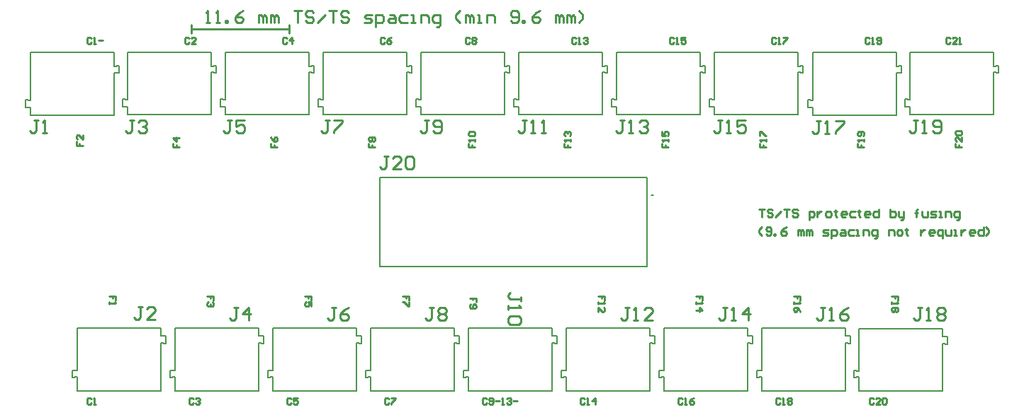
<source format=gto>
G04*
G04 #@! TF.GenerationSoftware,Altium Limited,Altium Designer,20.1.14 (287)*
G04*
G04 Layer_Color=65535*
%FSLAX25Y25*%
%MOIN*%
G70*
G04*
G04 #@! TF.SameCoordinates,AD4F6338-5A94-4AA3-B556-C82436557DC4*
G04*
G04*
G04 #@! TF.FilePolarity,Positive*
G04*
G01*
G75*
%ADD10C,0.00787*%
%ADD11C,0.00500*%
%ADD12C,0.01000*%
D10*
X297323Y105591D02*
X296535D01*
X297323D01*
X433528Y13008D02*
Y35449D01*
Y38795D02*
Y42535D01*
Y35449D02*
X435890Y35252D01*
X433528Y38795D02*
X435890Y38992D01*
Y35252D02*
Y38992D01*
X394158Y22456D02*
Y42535D01*
X433528D01*
X394158Y13008D02*
Y19701D01*
X391796Y19405D02*
X394158Y19701D01*
X391796Y22752D02*
X394158Y22456D01*
X391796Y19405D02*
Y22752D01*
X394158Y13008D02*
X433528Y13008D01*
X387686Y13236D02*
Y35677D01*
Y39023D02*
Y42763D01*
Y35677D02*
X390048Y35480D01*
X387686Y39023D02*
X390048Y39220D01*
Y35480D02*
Y39220D01*
X348316Y22685D02*
Y42763D01*
X387686D01*
X348316Y13236D02*
Y19929D01*
X345953Y19634D02*
X348316Y19929D01*
X345953Y22980D02*
X348316Y22685D01*
X345953Y19634D02*
Y22980D01*
X348316Y13236D02*
X387686Y13236D01*
X341686D02*
Y35677D01*
Y39023D02*
Y42763D01*
Y35677D02*
X344048Y35480D01*
X341686Y39023D02*
X344048Y39220D01*
Y35480D02*
Y39220D01*
X302315Y22685D02*
Y42763D01*
X341686D01*
X302315Y13236D02*
Y19929D01*
X299953Y19634D02*
X302315Y19929D01*
X299953Y22980D02*
X302315Y22685D01*
X299953Y19634D02*
Y22980D01*
X302315Y13236D02*
X341686Y13236D01*
X295686D02*
Y35677D01*
Y39023D02*
Y42763D01*
Y35677D02*
X298048Y35480D01*
X295686Y39023D02*
X298048Y39220D01*
Y35480D02*
Y39220D01*
X256315Y22685D02*
Y42763D01*
X295686D01*
X256315Y13236D02*
Y19929D01*
X253953Y19634D02*
X256315Y19929D01*
X253953Y22980D02*
X256315Y22685D01*
X253953Y19634D02*
Y22980D01*
X256315Y13236D02*
X295686Y13236D01*
X249686D02*
Y35677D01*
Y39023D02*
Y42763D01*
Y35677D02*
X252048Y35480D01*
X249686Y39023D02*
X252048Y39220D01*
Y35480D02*
Y39220D01*
X210315Y22685D02*
Y42763D01*
X249686D01*
X210315Y13236D02*
Y19929D01*
X207953Y19634D02*
X210315Y19929D01*
X207953Y22980D02*
X210315Y22685D01*
X207953Y19634D02*
Y22980D01*
X210315Y13236D02*
X249686Y13236D01*
X203686D02*
Y35677D01*
Y39023D02*
Y42763D01*
Y35677D02*
X206048Y35480D01*
X203686Y39023D02*
X206048Y39220D01*
Y35480D02*
Y39220D01*
X164315Y22685D02*
Y42763D01*
X203686D01*
X164315Y13236D02*
Y19929D01*
X161953Y19634D02*
X164315Y19929D01*
X161953Y22980D02*
X164315Y22685D01*
X161953Y19634D02*
Y22980D01*
X164315Y13236D02*
X203686Y13236D01*
X157686D02*
Y35677D01*
Y39023D02*
Y42763D01*
Y35677D02*
X160048Y35480D01*
X157686Y39023D02*
X160048Y39220D01*
Y35480D02*
Y39220D01*
X118315Y22685D02*
Y42763D01*
X157686D01*
X118315Y13236D02*
Y19929D01*
X115953Y19634D02*
X118315Y19929D01*
X115953Y22980D02*
X118315Y22685D01*
X115953Y19634D02*
Y22980D01*
X118315Y13236D02*
X157686Y13236D01*
X111686D02*
Y35677D01*
Y39023D02*
Y42763D01*
Y35677D02*
X114048Y35480D01*
X111686Y39023D02*
X114048Y39220D01*
Y35480D02*
Y39220D01*
X72316Y22685D02*
Y42763D01*
X111686D01*
X72316Y13236D02*
Y19929D01*
X69953Y19634D02*
X72316Y19929D01*
X69953Y22980D02*
X72316Y22685D01*
X69953Y19634D02*
Y22980D01*
X72316Y13236D02*
X111686Y13236D01*
X65686D02*
Y35677D01*
Y39023D02*
Y42763D01*
Y35677D02*
X68048Y35480D01*
X65686Y39023D02*
X68048Y39220D01*
Y35480D02*
Y39220D01*
X26316Y22685D02*
Y42763D01*
X65686D01*
X26316Y13236D02*
Y19929D01*
X23953Y19634D02*
X26316Y19929D01*
X23953Y22980D02*
X26316Y22685D01*
X23953Y19634D02*
Y22980D01*
X26316Y13236D02*
X65686Y13236D01*
X4314Y150323D02*
Y172764D01*
Y143237D02*
Y146977D01*
X1952Y150520D02*
X4314Y150323D01*
X1952Y146780D02*
X4314Y146977D01*
X1952Y146780D02*
Y150520D01*
X43685Y143237D02*
Y163315D01*
X4314Y143237D02*
X43685D01*
Y166071D02*
Y172764D01*
Y166071D02*
X46047Y166366D01*
X43685Y163315D02*
X46047Y163020D01*
Y166366D01*
X4314Y172764D02*
X43685Y172764D01*
X50157Y150551D02*
Y172992D01*
Y143465D02*
Y147205D01*
X47794Y150748D02*
X50157Y150551D01*
X47794Y147008D02*
X50157Y147205D01*
X47794Y147008D02*
Y150748D01*
X89527Y143465D02*
Y163543D01*
X50157Y143465D02*
X89527D01*
Y166299D02*
Y172992D01*
Y166299D02*
X91889Y166595D01*
X89527Y163543D02*
X91889Y163248D01*
Y166595D01*
X50157Y172992D02*
X89527Y172992D01*
X96157Y150551D02*
Y172992D01*
Y143465D02*
Y147205D01*
X93795Y150748D02*
X96157Y150551D01*
X93795Y147008D02*
X96157Y147205D01*
X93795Y147008D02*
Y150748D01*
X135527Y143465D02*
Y163543D01*
X96157Y143465D02*
X135527D01*
Y166299D02*
Y172992D01*
Y166299D02*
X137889Y166595D01*
X135527Y163543D02*
X137889Y163248D01*
Y166595D01*
X96157Y172992D02*
X135527Y172992D01*
X142157Y150551D02*
Y172992D01*
Y143465D02*
Y147205D01*
X139795Y150748D02*
X142157Y150551D01*
X139795Y147008D02*
X142157Y147205D01*
X139795Y147008D02*
Y150748D01*
X181527Y143465D02*
Y163543D01*
X142157Y143465D02*
X181527D01*
Y166299D02*
Y172992D01*
Y166299D02*
X183889Y166595D01*
X181527Y163543D02*
X183889Y163248D01*
Y166595D01*
X142157Y172992D02*
X181527Y172992D01*
X188157Y150551D02*
Y172992D01*
Y143465D02*
Y147205D01*
X185794Y150748D02*
X188157Y150551D01*
X185794Y147008D02*
X188157Y147205D01*
X185794Y147008D02*
Y150748D01*
X227527Y143465D02*
Y163543D01*
X188157Y143465D02*
X227527D01*
Y166299D02*
Y172992D01*
Y166299D02*
X229889Y166595D01*
X227527Y163543D02*
X229889Y163248D01*
Y166595D01*
X188157Y172992D02*
X227527Y172992D01*
X234157Y150551D02*
Y172992D01*
Y143465D02*
Y147205D01*
X231795Y150748D02*
X234157Y150551D01*
X231795Y147008D02*
X234157Y147205D01*
X231795Y147008D02*
Y150748D01*
X273527Y143465D02*
Y163543D01*
X234157Y143465D02*
X273527D01*
Y166299D02*
Y172992D01*
Y166299D02*
X275889Y166595D01*
X273527Y163543D02*
X275889Y163248D01*
Y166595D01*
X234157Y172992D02*
X273527Y172992D01*
X280157Y150551D02*
Y172992D01*
Y143465D02*
Y147205D01*
X277795Y150748D02*
X280157Y150551D01*
X277795Y147008D02*
X280157Y147205D01*
X277795Y147008D02*
Y150748D01*
X319527Y143465D02*
Y163543D01*
X280157Y143465D02*
X319527D01*
Y166299D02*
Y172992D01*
Y166299D02*
X321889Y166595D01*
X319527Y163543D02*
X321889Y163248D01*
Y166595D01*
X280157Y172992D02*
X319527Y172992D01*
X326157Y150551D02*
Y172992D01*
Y143465D02*
Y147205D01*
X323795Y150748D02*
X326157Y150551D01*
X323795Y147008D02*
X326157Y147205D01*
X323795Y147008D02*
Y150748D01*
X365527Y143465D02*
Y163543D01*
X326157Y143465D02*
X365527D01*
Y166299D02*
Y172992D01*
Y166299D02*
X367889Y166595D01*
X365527Y163543D02*
X367889Y163248D01*
Y166595D01*
X326157Y172992D02*
X365527Y172992D01*
X372314Y150323D02*
Y172764D01*
Y143237D02*
Y146977D01*
X369952Y150520D02*
X372314Y150323D01*
X369952Y146780D02*
X372314Y146977D01*
X369952Y146780D02*
Y150520D01*
X411685Y143237D02*
Y163315D01*
X372314Y143237D02*
X411685D01*
Y166071D02*
Y172764D01*
Y166071D02*
X414047Y166366D01*
X411685Y163315D02*
X414047Y163020D01*
Y166366D01*
X372314Y172764D02*
X411685Y172764D01*
X418157Y150551D02*
Y172992D01*
Y143465D02*
Y147205D01*
X415795Y150748D02*
X418157Y150551D01*
X415795Y147008D02*
X418157Y147205D01*
X415795Y147008D02*
Y150748D01*
X457527Y143465D02*
Y163543D01*
X418157Y143465D02*
X457527D01*
Y166299D02*
Y172992D01*
Y166299D02*
X459889Y166595D01*
X457527Y163543D02*
X459889Y163248D01*
Y166595D01*
X418157Y172992D02*
X457527Y172992D01*
D11*
X294370Y71732D02*
Y113858D01*
X168780Y71732D02*
Y113858D01*
Y71732D02*
X294370D01*
X168780Y113858D02*
X294370D01*
D12*
X80000Y182000D02*
Y186000D01*
X126000Y182000D02*
Y186000D01*
X80000Y184000D02*
X126000D01*
X347000Y99000D02*
X349624D01*
X348312D01*
Y95064D01*
X353560Y98344D02*
X352904Y99000D01*
X351592D01*
X350936Y98344D01*
Y97688D01*
X351592Y97032D01*
X352904D01*
X353560Y96376D01*
Y95720D01*
X352904Y95064D01*
X351592D01*
X350936Y95720D01*
X354872Y95064D02*
X357495Y97688D01*
X358807Y99000D02*
X361431D01*
X360119D01*
Y95064D01*
X365367Y98344D02*
X364711Y99000D01*
X363399D01*
X362743Y98344D01*
Y97688D01*
X363399Y97032D01*
X364711D01*
X365367Y96376D01*
Y95720D01*
X364711Y95064D01*
X363399D01*
X362743Y95720D01*
X370614Y93752D02*
Y97688D01*
X372582D01*
X373238Y97032D01*
Y95720D01*
X372582Y95064D01*
X370614D01*
X374550Y97688D02*
Y95064D01*
Y96376D01*
X375206Y97032D01*
X375862Y97688D01*
X376518D01*
X379142Y95064D02*
X380454D01*
X381110Y95720D01*
Y97032D01*
X380454Y97688D01*
X379142D01*
X378486Y97032D01*
Y95720D01*
X379142Y95064D01*
X383078Y98344D02*
Y97688D01*
X382422D01*
X383734D01*
X383078D01*
Y95720D01*
X383734Y95064D01*
X387669D02*
X386357D01*
X385701Y95720D01*
Y97032D01*
X386357Y97688D01*
X387669D01*
X388325Y97032D01*
Y96376D01*
X385701D01*
X392261Y97688D02*
X390293D01*
X389637Y97032D01*
Y95720D01*
X390293Y95064D01*
X392261D01*
X394229Y98344D02*
Y97688D01*
X393573D01*
X394885D01*
X394229D01*
Y95720D01*
X394885Y95064D01*
X398821D02*
X397509D01*
X396853Y95720D01*
Y97032D01*
X397509Y97688D01*
X398821D01*
X399477Y97032D01*
Y96376D01*
X396853D01*
X403412Y99000D02*
Y95064D01*
X401444D01*
X400788Y95720D01*
Y97032D01*
X401444Y97688D01*
X403412D01*
X408660Y99000D02*
Y95064D01*
X410628D01*
X411284Y95720D01*
Y96376D01*
Y97032D01*
X410628Y97688D01*
X408660D01*
X412596D02*
Y95720D01*
X413252Y95064D01*
X415219D01*
Y94408D01*
X414564Y93752D01*
X413908D01*
X415219Y95064D02*
Y97688D01*
X421123Y95064D02*
Y98344D01*
Y97032D01*
X420467D01*
X421779D01*
X421123D01*
Y98344D01*
X421779Y99000D01*
X423747Y97688D02*
Y95720D01*
X424403Y95064D01*
X426371D01*
Y97688D01*
X427683Y95064D02*
X429650D01*
X430306Y95720D01*
X429650Y96376D01*
X428339D01*
X427683Y97032D01*
X428339Y97688D01*
X430306D01*
X431618Y95064D02*
X432930D01*
X432274D01*
Y97688D01*
X431618D01*
X434898Y95064D02*
Y97688D01*
X436866D01*
X437522Y97032D01*
Y95064D01*
X440146Y93752D02*
X440802D01*
X441458Y94408D01*
Y97688D01*
X439490D01*
X438834Y97032D01*
Y95720D01*
X439490Y95064D01*
X441458D01*
X348312Y86629D02*
X347000Y87941D01*
Y89253D01*
X348312Y90565D01*
X350280Y87285D02*
X350936Y86629D01*
X352248D01*
X352904Y87285D01*
Y89909D01*
X352248Y90565D01*
X350936D01*
X350280Y89909D01*
Y89253D01*
X350936Y88597D01*
X352904D01*
X354216Y86629D02*
Y87285D01*
X354872D01*
Y86629D01*
X354216D01*
X360119Y90565D02*
X358807Y89909D01*
X357495Y88597D01*
Y87285D01*
X358151Y86629D01*
X359463D01*
X360119Y87285D01*
Y87941D01*
X359463Y88597D01*
X357495D01*
X365367Y86629D02*
Y89253D01*
X366023D01*
X366679Y88597D01*
Y86629D01*
Y88597D01*
X367335Y89253D01*
X367991Y88597D01*
Y86629D01*
X369303D02*
Y89253D01*
X369958D01*
X370614Y88597D01*
Y86629D01*
Y88597D01*
X371270Y89253D01*
X371926Y88597D01*
Y86629D01*
X377174D02*
X379142D01*
X379798Y87285D01*
X379142Y87941D01*
X377830D01*
X377174Y88597D01*
X377830Y89253D01*
X379798D01*
X381110Y85318D02*
Y89253D01*
X383078D01*
X383734Y88597D01*
Y87285D01*
X383078Y86629D01*
X381110D01*
X385701Y89253D02*
X387013D01*
X387669Y88597D01*
Y86629D01*
X385701D01*
X385046Y87285D01*
X385701Y87941D01*
X387669D01*
X391605Y89253D02*
X389637D01*
X388981Y88597D01*
Y87285D01*
X389637Y86629D01*
X391605D01*
X392917D02*
X394229D01*
X393573D01*
Y89253D01*
X392917D01*
X396197Y86629D02*
Y89253D01*
X398165D01*
X398821Y88597D01*
Y86629D01*
X401444Y85318D02*
X402100D01*
X402756Y85974D01*
Y89253D01*
X400788D01*
X400133Y88597D01*
Y87285D01*
X400788Y86629D01*
X402756D01*
X408004D02*
Y89253D01*
X409972D01*
X410628Y88597D01*
Y86629D01*
X412596D02*
X413908D01*
X414564Y87285D01*
Y88597D01*
X413908Y89253D01*
X412596D01*
X411940Y88597D01*
Y87285D01*
X412596Y86629D01*
X416531Y89909D02*
Y89253D01*
X415875D01*
X417187D01*
X416531D01*
Y87285D01*
X417187Y86629D01*
X423091Y89253D02*
Y86629D01*
Y87941D01*
X423747Y88597D01*
X424403Y89253D01*
X425059D01*
X428995Y86629D02*
X427683D01*
X427027Y87285D01*
Y88597D01*
X427683Y89253D01*
X428995D01*
X429650Y88597D01*
Y87941D01*
X427027D01*
X433586Y85318D02*
Y89253D01*
X431618D01*
X430962Y88597D01*
Y87285D01*
X431618Y86629D01*
X433586D01*
X434898Y89253D02*
Y87285D01*
X435554Y86629D01*
X437522D01*
Y89253D01*
X438834Y86629D02*
X440146D01*
X439490D01*
Y89253D01*
X438834D01*
X442114D02*
Y86629D01*
Y87941D01*
X442770Y88597D01*
X443426Y89253D01*
X444082D01*
X448017Y86629D02*
X446705D01*
X446049Y87285D01*
Y88597D01*
X446705Y89253D01*
X448017D01*
X448673Y88597D01*
Y87941D01*
X446049D01*
X452609Y90565D02*
Y86629D01*
X450641D01*
X449985Y87285D01*
Y88597D01*
X450641Y89253D01*
X452609D01*
X453921Y86629D02*
X455233Y87941D01*
Y89253D01*
X453921Y90565D01*
X210532Y129995D02*
Y128028D01*
X212008D01*
Y129011D01*
Y128028D01*
X213484D01*
Y130979D02*
Y131963D01*
Y131471D01*
X210532D01*
X211024Y130979D01*
Y133439D02*
X210532Y133931D01*
Y134915D01*
X211024Y135407D01*
X212992D01*
X213484Y134915D01*
Y133931D01*
X212992Y133439D01*
X211024D01*
X310999Y9499D02*
X310500Y9999D01*
X309500D01*
X309000Y9499D01*
Y7500D01*
X309500Y7000D01*
X310500D01*
X310999Y7500D01*
X311999Y7000D02*
X312999D01*
X312499D01*
Y9999D01*
X311999Y9499D01*
X316498Y9999D02*
X315498Y9499D01*
X314498Y8500D01*
Y7500D01*
X314998Y7000D01*
X315998D01*
X316498Y7500D01*
Y8000D01*
X315998Y8500D01*
X314498D01*
X356999Y9499D02*
X356500Y9999D01*
X355500D01*
X355000Y9499D01*
Y7500D01*
X355500Y7000D01*
X356500D01*
X356999Y7500D01*
X357999Y7000D02*
X358999D01*
X358499D01*
Y9999D01*
X357999Y9499D01*
X360498D02*
X360998Y9999D01*
X361998D01*
X362498Y9499D01*
Y8999D01*
X361998Y8500D01*
X362498Y8000D01*
Y7500D01*
X361998Y7000D01*
X360998D01*
X360498Y7500D01*
Y8000D01*
X360998Y8500D01*
X360498Y8999D01*
Y9499D01*
X360998Y8500D02*
X361998D01*
X400999Y9499D02*
X400499Y9999D01*
X399500D01*
X399000Y9499D01*
Y7500D01*
X399500Y7000D01*
X400499D01*
X400999Y7500D01*
X403998Y7000D02*
X401999D01*
X403998Y8999D01*
Y9499D01*
X403499Y9999D01*
X402499D01*
X401999Y9499D01*
X404998D02*
X405498Y9999D01*
X406498D01*
X406997Y9499D01*
Y7500D01*
X406498Y7000D01*
X405498D01*
X404998Y7500D01*
Y9499D01*
X398999Y179499D02*
X398499Y179999D01*
X397500D01*
X397000Y179499D01*
Y177500D01*
X397500Y177000D01*
X398499D01*
X398999Y177500D01*
X399999Y177000D02*
X400999D01*
X400499D01*
Y179999D01*
X399999Y179499D01*
X402498Y177500D02*
X402998Y177000D01*
X403998D01*
X404498Y177500D01*
Y179499D01*
X403998Y179999D01*
X402998D01*
X402498Y179499D01*
Y178999D01*
X402998Y178499D01*
X404498D01*
X354999Y179499D02*
X354500Y179999D01*
X353500D01*
X353000Y179499D01*
Y177500D01*
X353500Y177000D01*
X354500D01*
X354999Y177500D01*
X355999Y177000D02*
X356999D01*
X356499D01*
Y179999D01*
X355999Y179499D01*
X358498Y179999D02*
X360498D01*
Y179499D01*
X358498Y177500D01*
Y177000D01*
X306999Y179499D02*
X306500Y179999D01*
X305500D01*
X305000Y179499D01*
Y177500D01*
X305500Y177000D01*
X306500D01*
X306999Y177500D01*
X307999Y177000D02*
X308999D01*
X308499D01*
Y179999D01*
X307999Y179499D01*
X312498Y179999D02*
X310498D01*
Y178499D01*
X311498Y178999D01*
X311998D01*
X312498Y178499D01*
Y177500D01*
X311998Y177000D01*
X310998D01*
X310498Y177500D01*
X264999Y9499D02*
X264499Y9999D01*
X263500D01*
X263000Y9499D01*
Y7500D01*
X263500Y7000D01*
X264499D01*
X264999Y7500D01*
X265999Y7000D02*
X266999D01*
X266499D01*
Y9999D01*
X265999Y9499D01*
X269998Y7000D02*
Y9999D01*
X268498Y8500D01*
X270498D01*
X260999Y179499D02*
X260500Y179999D01*
X259500D01*
X259000Y179499D01*
Y177500D01*
X259500Y177000D01*
X260500D01*
X260999Y177500D01*
X261999Y177000D02*
X262999D01*
X262499D01*
Y179999D01*
X261999Y179499D01*
X264498D02*
X264998Y179999D01*
X265998D01*
X266498Y179499D01*
Y178999D01*
X265998Y178499D01*
X265498D01*
X265998D01*
X266498Y178000D01*
Y177500D01*
X265998Y177000D01*
X264998D01*
X264498Y177500D01*
X218999Y9499D02*
X218499Y9999D01*
X217500D01*
X217000Y9499D01*
Y7500D01*
X217500Y7000D01*
X218499D01*
X218999Y7500D01*
X219999D02*
X220499Y7000D01*
X221498D01*
X221998Y7500D01*
Y9499D01*
X221498Y9999D01*
X220499D01*
X219999Y9499D01*
Y8999D01*
X220499Y8500D01*
X221998D01*
X222998D02*
X224997D01*
X225997Y7000D02*
X226997D01*
X226497D01*
Y9999D01*
X225997Y9499D01*
X228496D02*
X228996Y9999D01*
X229996D01*
X230496Y9499D01*
Y8999D01*
X229996Y8500D01*
X229496D01*
X229996D01*
X230496Y8000D01*
Y7500D01*
X229996Y7000D01*
X228996D01*
X228496Y7500D01*
X231495Y8500D02*
X233495D01*
X210999Y179499D02*
X210500Y179999D01*
X209500D01*
X209000Y179499D01*
Y177500D01*
X209500Y177000D01*
X210500D01*
X210999Y177500D01*
X211999Y179499D02*
X212499Y179999D01*
X213498D01*
X213998Y179499D01*
Y178999D01*
X213498Y178499D01*
X213998Y178000D01*
Y177500D01*
X213498Y177000D01*
X212499D01*
X211999Y177500D01*
Y178000D01*
X212499Y178499D01*
X211999Y178999D01*
Y179499D01*
X212499Y178499D02*
X213498D01*
X172999Y9499D02*
X172500Y9999D01*
X171500D01*
X171000Y9499D01*
Y7500D01*
X171500Y7000D01*
X172500D01*
X172999Y7500D01*
X173999Y9999D02*
X175998D01*
Y9499D01*
X173999Y7500D01*
Y7000D01*
X436999Y179499D02*
X436500Y179999D01*
X435500D01*
X435000Y179499D01*
Y177500D01*
X435500Y177000D01*
X436500D01*
X436999Y177500D01*
X439998Y177000D02*
X437999D01*
X439998Y178999D01*
Y179499D01*
X439499Y179999D01*
X438499D01*
X437999Y179499D01*
X440998Y177000D02*
X441998D01*
X441498D01*
Y179999D01*
X440998Y179499D01*
X170999D02*
X170500Y179999D01*
X169500D01*
X169000Y179499D01*
Y177500D01*
X169500Y177000D01*
X170500D01*
X170999Y177500D01*
X173998Y179999D02*
X172999Y179499D01*
X171999Y178499D01*
Y177500D01*
X172499Y177000D01*
X173499D01*
X173998Y177500D01*
Y178000D01*
X173499Y178499D01*
X171999D01*
X124999Y179499D02*
X124499Y179999D01*
X123500D01*
X123000Y179499D01*
Y177500D01*
X123500Y177000D01*
X124499D01*
X124999Y177500D01*
X127499Y177000D02*
Y179999D01*
X125999Y178499D01*
X127998D01*
X78999Y179499D02*
X78500Y179999D01*
X77500D01*
X77000Y179499D01*
Y177500D01*
X77500Y177000D01*
X78500D01*
X78999Y177500D01*
X81998Y177000D02*
X79999D01*
X81998Y178999D01*
Y179499D01*
X81499Y179999D01*
X80499D01*
X79999Y179499D01*
X32999D02*
X32500Y179999D01*
X31500D01*
X31000Y179499D01*
Y177500D01*
X31500Y177000D01*
X32500D01*
X32999Y177500D01*
X33999Y177000D02*
X34999D01*
X34499D01*
Y179999D01*
X33999Y179499D01*
X36498Y178499D02*
X38498D01*
X126999Y9499D02*
X126499Y9999D01*
X125500D01*
X125000Y9499D01*
Y7500D01*
X125500Y7000D01*
X126499D01*
X126999Y7500D01*
X129998Y9999D02*
X127999D01*
Y8500D01*
X128999Y8999D01*
X129499D01*
X129998Y8500D01*
Y7500D01*
X129499Y7000D01*
X128499D01*
X127999Y7500D01*
X80999Y9499D02*
X80500Y9999D01*
X79500D01*
X79000Y9499D01*
Y7500D01*
X79500Y7000D01*
X80500D01*
X80999Y7500D01*
X81999Y9499D02*
X82499Y9999D01*
X83499D01*
X83998Y9499D01*
Y8999D01*
X83499Y8500D01*
X82999D01*
X83499D01*
X83998Y8000D01*
Y7500D01*
X83499Y7000D01*
X82499D01*
X81999Y7500D01*
X32999Y9499D02*
X32500Y9999D01*
X31500D01*
X31000Y9499D01*
Y7500D01*
X31500Y7000D01*
X32500D01*
X32999Y7500D01*
X33999Y7000D02*
X34999D01*
X34499D01*
Y9999D01*
X33999Y9499D01*
X26048Y130968D02*
Y129000D01*
X27524D01*
Y129984D01*
Y129000D01*
X29000D01*
Y133920D02*
Y131952D01*
X27032Y133920D01*
X26540D01*
X26048Y133428D01*
Y132444D01*
X26540Y131952D01*
X87000Y186837D02*
X88837D01*
X87918D01*
Y192347D01*
X87000Y191428D01*
X91592Y186837D02*
X93428D01*
X92510D01*
Y192347D01*
X91592Y191428D01*
X96183Y186837D02*
Y187755D01*
X97102D01*
Y186837D01*
X96183D01*
X104448Y192347D02*
X102612Y191428D01*
X100775Y189592D01*
Y187755D01*
X101693Y186837D01*
X103530D01*
X104448Y187755D01*
Y188673D01*
X103530Y189592D01*
X100775D01*
X111795Y186837D02*
Y190510D01*
X112714D01*
X113632Y189592D01*
Y186837D01*
Y189592D01*
X114550Y190510D01*
X115469Y189592D01*
Y186837D01*
X117305D02*
Y190510D01*
X118224D01*
X119142Y189592D01*
Y186837D01*
Y189592D01*
X120060Y190510D01*
X120978Y189592D01*
Y186837D01*
X128325Y192347D02*
X131999D01*
X130162D01*
Y186837D01*
X137509Y191428D02*
X136590Y192347D01*
X134754D01*
X133835Y191428D01*
Y190510D01*
X134754Y189592D01*
X136590D01*
X137509Y188673D01*
Y187755D01*
X136590Y186837D01*
X134754D01*
X133835Y187755D01*
X139345Y186837D02*
X143019Y190510D01*
X144855Y192347D02*
X148529D01*
X146692D01*
Y186837D01*
X154039Y191428D02*
X153120Y192347D01*
X151284D01*
X150365Y191428D01*
Y190510D01*
X151284Y189592D01*
X153120D01*
X154039Y188673D01*
Y187755D01*
X153120Y186837D01*
X151284D01*
X150365Y187755D01*
X161385Y186837D02*
X164140D01*
X165059Y187755D01*
X164140Y188673D01*
X162304D01*
X161385Y189592D01*
X162304Y190510D01*
X165059D01*
X166895Y185000D02*
Y190510D01*
X169650D01*
X170569Y189592D01*
Y187755D01*
X169650Y186837D01*
X166895D01*
X173324Y190510D02*
X175161D01*
X176079Y189592D01*
Y186837D01*
X173324D01*
X172406Y187755D01*
X173324Y188673D01*
X176079D01*
X181589Y190510D02*
X178834D01*
X177916Y189592D01*
Y187755D01*
X178834Y186837D01*
X181589D01*
X183425D02*
X185262D01*
X184344D01*
Y190510D01*
X183425D01*
X188017Y186837D02*
Y190510D01*
X190772D01*
X191691Y189592D01*
Y186837D01*
X195364Y185000D02*
X196282D01*
X197201Y185918D01*
Y190510D01*
X194446D01*
X193527Y189592D01*
Y187755D01*
X194446Y186837D01*
X197201D01*
X206384D02*
X204547Y188673D01*
Y190510D01*
X206384Y192347D01*
X209139Y186837D02*
Y190510D01*
X210057D01*
X210976Y189592D01*
Y186837D01*
Y189592D01*
X211894Y190510D01*
X212812Y189592D01*
Y186837D01*
X214649D02*
X216486D01*
X215567D01*
Y190510D01*
X214649D01*
X219241Y186837D02*
Y190510D01*
X221996D01*
X222914Y189592D01*
Y186837D01*
X230261Y187755D02*
X231179Y186837D01*
X233016D01*
X233934Y187755D01*
Y191428D01*
X233016Y192347D01*
X231179D01*
X230261Y191428D01*
Y190510D01*
X231179Y189592D01*
X233934D01*
X235771Y186837D02*
Y187755D01*
X236689D01*
Y186837D01*
X235771D01*
X244036Y192347D02*
X242199Y191428D01*
X240363Y189592D01*
Y187755D01*
X241281Y186837D01*
X243117D01*
X244036Y187755D01*
Y188673D01*
X243117Y189592D01*
X240363D01*
X251382Y186837D02*
Y190510D01*
X252301D01*
X253219Y189592D01*
Y186837D01*
Y189592D01*
X254138Y190510D01*
X255056Y189592D01*
Y186837D01*
X256893D02*
Y190510D01*
X257811D01*
X258729Y189592D01*
Y186837D01*
Y189592D01*
X259648Y190510D01*
X260566Y189592D01*
Y186837D01*
X262403D02*
X264239Y188673D01*
Y190510D01*
X262403Y192347D01*
X163548Y129995D02*
Y128028D01*
X165024D01*
Y129011D01*
Y128028D01*
X166500D01*
X164040Y130979D02*
X163548Y131471D01*
Y132455D01*
X164040Y132947D01*
X164532D01*
X165024Y132455D01*
X165516Y132947D01*
X166008D01*
X166500Y132455D01*
Y131471D01*
X166008Y130979D01*
X165516D01*
X165024Y131471D01*
X164532Y130979D01*
X164040D01*
X165024Y131471D02*
Y132455D01*
X347548Y129995D02*
Y128028D01*
X349024D01*
Y129011D01*
Y128028D01*
X350500D01*
Y130979D02*
Y131963D01*
Y131471D01*
X347548D01*
X348040Y130979D01*
X347548Y133439D02*
Y135407D01*
X348040D01*
X350008Y133439D01*
X350500D01*
X44452Y56005D02*
Y57972D01*
X42976D01*
Y56989D01*
Y57972D01*
X41500D01*
Y55021D02*
Y54037D01*
Y54529D01*
X44452D01*
X43960Y55021D01*
X213952Y55032D02*
Y57000D01*
X212476D01*
Y56016D01*
Y57000D01*
X211000D01*
X211492Y54048D02*
X211000Y53556D01*
Y52572D01*
X211492Y52080D01*
X213460D01*
X213952Y52572D01*
Y53556D01*
X213460Y54048D01*
X212968D01*
X212476Y53556D01*
Y52080D01*
X412452Y56005D02*
Y57972D01*
X410976D01*
Y56989D01*
Y57972D01*
X409500D01*
Y55021D02*
Y54037D01*
Y54529D01*
X412452D01*
X411960Y55021D01*
Y52561D02*
X412452Y52069D01*
Y51085D01*
X411960Y50593D01*
X411468D01*
X410976Y51085D01*
X410484Y50593D01*
X409992D01*
X409500Y51085D01*
Y52069D01*
X409992Y52561D01*
X410484D01*
X410976Y52069D01*
X411468Y52561D01*
X411960D01*
X410976Y52069D02*
Y51085D01*
X71548Y129995D02*
Y128028D01*
X73024D01*
Y129011D01*
Y128028D01*
X74500D01*
Y132455D02*
X71548D01*
X73024Y130979D01*
Y132947D01*
X117548Y129995D02*
Y128028D01*
X119024D01*
Y129011D01*
Y128028D01*
X120500D01*
X117548Y132947D02*
X118040Y131963D01*
X119024Y130979D01*
X120008D01*
X120500Y131471D01*
Y132455D01*
X120008Y132947D01*
X119516D01*
X119024Y132455D01*
Y130979D01*
X255548Y129995D02*
Y128028D01*
X257024D01*
Y129011D01*
Y128028D01*
X258500D01*
Y130979D02*
Y131963D01*
Y131471D01*
X255548D01*
X256040Y130979D01*
Y133439D02*
X255548Y133931D01*
Y134915D01*
X256040Y135407D01*
X256532D01*
X257024Y134915D01*
Y134423D01*
Y134915D01*
X257516Y135407D01*
X258008D01*
X258500Y134915D01*
Y133931D01*
X258008Y133439D01*
X439548Y129995D02*
Y128028D01*
X441024D01*
Y129011D01*
Y128028D01*
X442500D01*
Y132947D02*
Y130979D01*
X440532Y132947D01*
X440040D01*
X439548Y132455D01*
Y131471D01*
X440040Y130979D01*
Y133931D02*
X439548Y134423D01*
Y135407D01*
X440040Y135899D01*
X442008D01*
X442500Y135407D01*
Y134423D01*
X442008Y133931D01*
X440040D01*
X136452Y56005D02*
Y57972D01*
X134976D01*
Y56989D01*
Y57972D01*
X133500D01*
X136452Y53053D02*
Y55021D01*
X134976D01*
X135468Y54037D01*
Y53545D01*
X134976Y53053D01*
X133992D01*
X133500Y53545D01*
Y54529D01*
X133992Y55021D01*
X182452Y56005D02*
Y57972D01*
X180976D01*
Y56989D01*
Y57972D01*
X179500D01*
X182452Y55021D02*
Y53053D01*
X181960D01*
X179992Y55021D01*
X179500D01*
X274452Y56005D02*
Y57972D01*
X272976D01*
Y56989D01*
Y57972D01*
X271500D01*
Y55021D02*
Y54037D01*
Y54529D01*
X274452D01*
X273960Y55021D01*
X271500Y50593D02*
Y52561D01*
X273468Y50593D01*
X273960D01*
X274452Y51085D01*
Y52069D01*
X273960Y52561D01*
X320452Y56005D02*
Y57972D01*
X318976D01*
Y56989D01*
Y57972D01*
X317500D01*
Y55021D02*
Y54037D01*
Y54529D01*
X320452D01*
X319960Y55021D01*
X317500Y51085D02*
X320452D01*
X318976Y52561D01*
Y50593D01*
X366452Y56005D02*
Y57972D01*
X364976D01*
Y56989D01*
Y57972D01*
X363500D01*
Y55021D02*
Y54037D01*
Y54529D01*
X366452D01*
X365960Y55021D01*
X366452Y50593D02*
X365960Y51577D01*
X364976Y52561D01*
X363992D01*
X363500Y52069D01*
Y51085D01*
X363992Y50593D01*
X364484D01*
X364976Y51085D01*
Y52561D01*
X393548Y129995D02*
Y128028D01*
X395024D01*
Y129011D01*
Y128028D01*
X396500D01*
Y130979D02*
Y131963D01*
Y131471D01*
X393548D01*
X394040Y130979D01*
X396008Y133439D02*
X396500Y133931D01*
Y134915D01*
X396008Y135407D01*
X394040D01*
X393548Y134915D01*
Y133931D01*
X394040Y133439D01*
X394532D01*
X395024Y133931D01*
Y135407D01*
X301548Y129995D02*
Y128028D01*
X303024D01*
Y129011D01*
Y128028D01*
X304500D01*
Y130979D02*
Y131963D01*
Y131471D01*
X301548D01*
X302040Y130979D01*
X301548Y135407D02*
Y133439D01*
X303024D01*
X302532Y134423D01*
Y134915D01*
X303024Y135407D01*
X304008D01*
X304500Y134915D01*
Y133931D01*
X304008Y133439D01*
X90452Y56005D02*
Y57972D01*
X88976D01*
Y56989D01*
Y57972D01*
X87500D01*
X89960Y55021D02*
X90452Y54529D01*
Y53545D01*
X89960Y53053D01*
X89468D01*
X88976Y53545D01*
Y54037D01*
Y53545D01*
X88484Y53053D01*
X87992D01*
X87500Y53545D01*
Y54529D01*
X87992Y55021D01*
X172699Y123898D02*
X170699D01*
X171699D01*
Y118900D01*
X170699Y117900D01*
X169700D01*
X168700Y118900D01*
X178697Y117900D02*
X174698D01*
X178697Y121899D01*
Y122898D01*
X177697Y123898D01*
X175698D01*
X174698Y122898D01*
X180696D02*
X181696Y123898D01*
X183695D01*
X184695Y122898D01*
Y118900D01*
X183695Y117900D01*
X181696D01*
X180696Y118900D01*
Y122898D01*
X421899Y140826D02*
X419899D01*
X420899D01*
Y135828D01*
X419899Y134828D01*
X418900D01*
X417900Y135828D01*
X423898Y134828D02*
X425897D01*
X424898D01*
Y140826D01*
X423898Y139827D01*
X428896Y135828D02*
X429896Y134828D01*
X431895D01*
X432895Y135828D01*
Y139827D01*
X431895Y140826D01*
X429896D01*
X428896Y139827D01*
Y138827D01*
X429896Y137827D01*
X432895D01*
X423899Y52398D02*
X421899D01*
X422899D01*
Y47400D01*
X421899Y46400D01*
X420900D01*
X419900Y47400D01*
X425898Y46400D02*
X427897D01*
X426898D01*
Y52398D01*
X425898Y51398D01*
X430896D02*
X431896Y52398D01*
X433895D01*
X434895Y51398D01*
Y50399D01*
X433895Y49399D01*
X434895Y48399D01*
Y47400D01*
X433895Y46400D01*
X431896D01*
X430896Y47400D01*
Y48399D01*
X431896Y49399D01*
X430896Y50399D01*
Y51398D01*
X431896Y49399D02*
X433895D01*
X376099Y140598D02*
X374099D01*
X375099D01*
Y135600D01*
X374099Y134600D01*
X373100D01*
X372100Y135600D01*
X378098Y134600D02*
X380097D01*
X379098D01*
Y140598D01*
X378098Y139598D01*
X383096Y140598D02*
X387095D01*
Y139598D01*
X383096Y135600D01*
Y134600D01*
X378099Y52626D02*
X376099D01*
X377099D01*
Y47627D01*
X376099Y46628D01*
X375100D01*
X374100Y47627D01*
X380098Y46628D02*
X382097D01*
X381098D01*
Y52626D01*
X380098Y51626D01*
X389095Y52626D02*
X387096Y51626D01*
X385096Y49626D01*
Y47627D01*
X386096Y46628D01*
X388095D01*
X389095Y47627D01*
Y48627D01*
X388095Y49626D01*
X385096D01*
X329899Y140898D02*
X327899D01*
X328899D01*
Y135900D01*
X327899Y134900D01*
X326900D01*
X325900Y135900D01*
X331898Y134900D02*
X333897D01*
X332898D01*
Y140898D01*
X331898Y139898D01*
X340895Y140898D02*
X336896D01*
Y137899D01*
X338896Y138899D01*
X339896D01*
X340895Y137899D01*
Y135900D01*
X339896Y134900D01*
X337896D01*
X336896Y135900D01*
X332099Y52598D02*
X330099D01*
X331099D01*
Y47600D01*
X330099Y46600D01*
X329100D01*
X328100Y47600D01*
X334098Y46600D02*
X336097D01*
X335098D01*
Y52598D01*
X334098Y51598D01*
X342095Y46600D02*
Y52598D01*
X339096Y49599D01*
X343095D01*
X283899Y140898D02*
X281899D01*
X282899D01*
Y135900D01*
X281899Y134900D01*
X280900D01*
X279900Y135900D01*
X285898Y134900D02*
X287897D01*
X286898D01*
Y140898D01*
X285898Y139898D01*
X290896D02*
X291896Y140898D01*
X293896D01*
X294895Y139898D01*
Y138899D01*
X293896Y137899D01*
X292896D01*
X293896D01*
X294895Y136899D01*
Y135900D01*
X293896Y134900D01*
X291896D01*
X290896Y135900D01*
X286099Y52598D02*
X284099D01*
X285099D01*
Y47600D01*
X284099Y46600D01*
X283100D01*
X282100Y47600D01*
X288098Y46600D02*
X290097D01*
X289098D01*
Y52598D01*
X288098Y51598D01*
X297095Y46600D02*
X293096D01*
X297095Y50599D01*
Y51598D01*
X296095Y52598D01*
X294096D01*
X293096Y51598D01*
X237899Y140898D02*
X235899D01*
X236899D01*
Y135900D01*
X235899Y134900D01*
X234900D01*
X233900Y135900D01*
X239898Y134900D02*
X241897D01*
X240898D01*
Y140898D01*
X239898Y139898D01*
X244896Y134900D02*
X246896D01*
X245896D01*
Y140898D01*
X244896Y139898D01*
X234999Y55499D02*
Y57498D01*
Y56498D01*
X230001D01*
X229001Y57498D01*
Y58498D01*
X230001Y59498D01*
X229001Y53500D02*
Y51500D01*
Y52500D01*
X234999D01*
X233999Y53500D01*
Y48501D02*
X234999Y47501D01*
Y45502D01*
X233999Y44502D01*
X230001D01*
X229001Y45502D01*
Y47501D01*
X230001Y48501D01*
X233999D01*
X191899Y140883D02*
X189899D01*
X190899D01*
Y135885D01*
X189899Y134885D01*
X188900D01*
X187900Y135885D01*
X193898D02*
X194898Y134885D01*
X196897D01*
X197897Y135885D01*
Y139883D01*
X196897Y140883D01*
X194898D01*
X193898Y139883D01*
Y138884D01*
X194898Y137884D01*
X197897D01*
X194099Y52598D02*
X192099D01*
X193099D01*
Y47600D01*
X192099Y46600D01*
X191100D01*
X190100Y47600D01*
X196098Y51598D02*
X197098Y52598D01*
X199097D01*
X200097Y51598D01*
Y50599D01*
X199097Y49599D01*
X200097Y48599D01*
Y47600D01*
X199097Y46600D01*
X197098D01*
X196098Y47600D01*
Y48599D01*
X197098Y49599D01*
X196098Y50599D01*
Y51598D01*
X197098Y49599D02*
X199097D01*
X145000Y140999D02*
X143001D01*
X144001D01*
Y136001D01*
X143001Y135001D01*
X142001D01*
X141002Y136001D01*
X147000Y140999D02*
X150998D01*
Y139999D01*
X147000Y136001D01*
Y135001D01*
X148099Y52612D02*
X146099D01*
X147099D01*
Y47614D01*
X146099Y46614D01*
X145100D01*
X144100Y47614D01*
X154097Y52612D02*
X152097Y51613D01*
X150098Y49613D01*
Y47614D01*
X151098Y46614D01*
X153097D01*
X154097Y47614D01*
Y48614D01*
X153097Y49613D01*
X150098D01*
X99000Y140999D02*
X97001D01*
X98001D01*
Y136001D01*
X97001Y135001D01*
X96001D01*
X95002Y136001D01*
X104998Y140999D02*
X101000D01*
Y138000D01*
X102999Y139000D01*
X103999D01*
X104998Y138000D01*
Y136001D01*
X103999Y135001D01*
X101999D01*
X101000Y136001D01*
X102099Y52598D02*
X100099D01*
X101099D01*
Y47600D01*
X100099Y46600D01*
X99100D01*
X98100Y47600D01*
X107097Y46600D02*
Y52598D01*
X104098Y49599D01*
X108097D01*
X53000Y140999D02*
X51001D01*
X52001D01*
Y136001D01*
X51001Y135001D01*
X50001D01*
X49002Y136001D01*
X55000Y139999D02*
X55999Y140999D01*
X57999D01*
X58998Y139999D01*
Y139000D01*
X57999Y138000D01*
X56999D01*
X57999D01*
X58998Y137000D01*
Y136001D01*
X57999Y135001D01*
X55999D01*
X55000Y136001D01*
X57000Y52999D02*
X55001D01*
X56001D01*
Y48001D01*
X55001Y47001D01*
X54001D01*
X53002Y48001D01*
X62998Y47001D02*
X59000D01*
X62998Y51000D01*
Y51999D01*
X61999Y52999D01*
X59999D01*
X59000Y51999D01*
X8000Y140999D02*
X6001D01*
X7000D01*
Y136001D01*
X6001Y135001D01*
X5001D01*
X4001Y136001D01*
X9999Y135001D02*
X11999D01*
X10999D01*
Y140999D01*
X9999Y139999D01*
M02*

</source>
